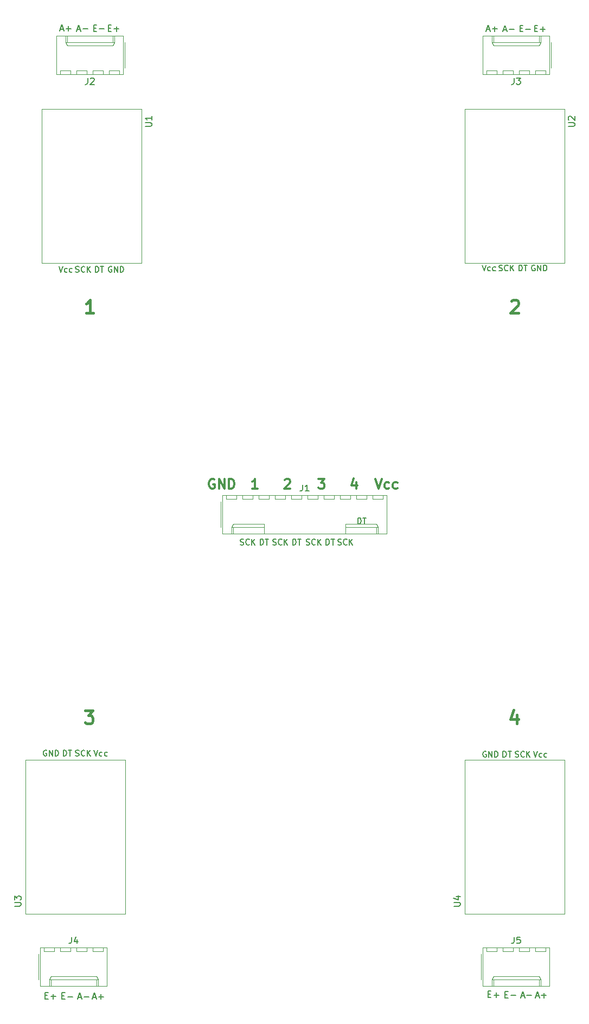
<source format=gbr>
G04 #@! TF.GenerationSoftware,KiCad,Pcbnew,(5.1.5-0)*
G04 #@! TF.CreationDate,2020-03-21T21:07:46+01:00*
G04 #@! TF.ProjectId,load_cells_connector_board,6c6f6164-5f63-4656-9c6c-735f636f6e6e,v01*
G04 #@! TF.SameCoordinates,Original*
G04 #@! TF.FileFunction,Legend,Top*
G04 #@! TF.FilePolarity,Positive*
%FSLAX46Y46*%
G04 Gerber Fmt 4.6, Leading zero omitted, Abs format (unit mm)*
G04 Created by KiCad (PCBNEW (5.1.5-0)) date 2020-03-21 21:07:46*
%MOMM*%
%LPD*%
G04 APERTURE LIST*
%ADD10C,0.400000*%
%ADD11C,0.150000*%
%ADD12C,0.300000*%
%ADD13C,0.120000*%
G04 APERTURE END LIST*
D10*
X173050152Y-140998628D02*
X173050152Y-142331961D01*
X172573961Y-140236723D02*
X172097771Y-141665295D01*
X173335866Y-141665295D01*
X105657733Y-140331961D02*
X106895828Y-140331961D01*
X106229161Y-141093866D01*
X106514876Y-141093866D01*
X106705352Y-141189104D01*
X106800590Y-141284342D01*
X106895828Y-141474819D01*
X106895828Y-141951009D01*
X106800590Y-142141485D01*
X106705352Y-142236723D01*
X106514876Y-142331961D01*
X105943447Y-142331961D01*
X105752971Y-142236723D01*
X105657733Y-142141485D01*
X172199371Y-76412838D02*
X172294609Y-76317600D01*
X172485085Y-76222361D01*
X172961276Y-76222361D01*
X173151752Y-76317600D01*
X173246990Y-76412838D01*
X173342228Y-76603314D01*
X173342228Y-76793790D01*
X173246990Y-77079504D01*
X172104133Y-78222361D01*
X173342228Y-78222361D01*
X106997428Y-78222361D02*
X105854571Y-78222361D01*
X106426000Y-78222361D02*
X106426000Y-76222361D01*
X106235523Y-76508076D01*
X106045047Y-76698552D01*
X105854571Y-76793790D01*
D11*
X168584666Y-184586571D02*
X168918000Y-184586571D01*
X169060857Y-185110380D02*
X168584666Y-185110380D01*
X168584666Y-184110380D01*
X169060857Y-184110380D01*
X169489428Y-184729428D02*
X170251333Y-184729428D01*
X169870380Y-185110380D02*
X169870380Y-184348476D01*
X171226266Y-184637371D02*
X171559600Y-184637371D01*
X171702457Y-185161180D02*
X171226266Y-185161180D01*
X171226266Y-184161180D01*
X171702457Y-184161180D01*
X172131028Y-184780228D02*
X172892933Y-184780228D01*
X173742457Y-184875466D02*
X174218647Y-184875466D01*
X173647219Y-185161180D02*
X173980552Y-184161180D01*
X174313885Y-185161180D01*
X174647219Y-184780228D02*
X175409123Y-184780228D01*
X176028457Y-184875466D02*
X176504647Y-184875466D01*
X175933219Y-185161180D02*
X176266552Y-184161180D01*
X176599885Y-185161180D01*
X176933219Y-184780228D02*
X177695123Y-184780228D01*
X177314171Y-185161180D02*
X177314171Y-184399276D01*
X102087466Y-184840571D02*
X102420800Y-184840571D01*
X102563657Y-185364380D02*
X102087466Y-185364380D01*
X102087466Y-184364380D01*
X102563657Y-184364380D01*
X102992228Y-184983428D02*
X103754133Y-184983428D01*
X99445866Y-184789771D02*
X99779200Y-184789771D01*
X99922057Y-185313580D02*
X99445866Y-185313580D01*
X99445866Y-184313580D01*
X99922057Y-184313580D01*
X100350628Y-184932628D02*
X101112533Y-184932628D01*
X100731580Y-185313580D02*
X100731580Y-184551676D01*
X104603657Y-185078666D02*
X105079847Y-185078666D01*
X104508419Y-185364380D02*
X104841752Y-184364380D01*
X105175085Y-185364380D01*
X105508419Y-184983428D02*
X106270323Y-184983428D01*
X106889657Y-185078666D02*
X107365847Y-185078666D01*
X106794419Y-185364380D02*
X107127752Y-184364380D01*
X107461085Y-185364380D01*
X107794419Y-184983428D02*
X108556323Y-184983428D01*
X108175371Y-185364380D02*
X108175371Y-184602476D01*
X170999257Y-34050266D02*
X171475447Y-34050266D01*
X170904019Y-34335980D02*
X171237352Y-33335980D01*
X171570685Y-34335980D01*
X171904019Y-33955028D02*
X172665923Y-33955028D01*
X168357657Y-33999466D02*
X168833847Y-33999466D01*
X168262419Y-34285180D02*
X168595752Y-33285180D01*
X168929085Y-34285180D01*
X169262419Y-33904228D02*
X170024323Y-33904228D01*
X169643371Y-34285180D02*
X169643371Y-33523276D01*
X173563066Y-33812171D02*
X173896400Y-33812171D01*
X174039257Y-34335980D02*
X173563066Y-34335980D01*
X173563066Y-33335980D01*
X174039257Y-33335980D01*
X174467828Y-33955028D02*
X175229733Y-33955028D01*
X175849066Y-33812171D02*
X176182400Y-33812171D01*
X176325257Y-34335980D02*
X175849066Y-34335980D01*
X175849066Y-33335980D01*
X176325257Y-33335980D01*
X176753828Y-33955028D02*
X177515733Y-33955028D01*
X177134780Y-34335980D02*
X177134780Y-33574076D01*
X101809657Y-33948666D02*
X102285847Y-33948666D01*
X101714419Y-34234380D02*
X102047752Y-33234380D01*
X102381085Y-34234380D01*
X102714419Y-33853428D02*
X103476323Y-33853428D01*
X103095371Y-34234380D02*
X103095371Y-33472476D01*
X104451257Y-33999466D02*
X104927447Y-33999466D01*
X104356019Y-34285180D02*
X104689352Y-33285180D01*
X105022685Y-34285180D01*
X105356019Y-33904228D02*
X106117923Y-33904228D01*
X107015066Y-33761371D02*
X107348400Y-33761371D01*
X107491257Y-34285180D02*
X107015066Y-34285180D01*
X107015066Y-33285180D01*
X107491257Y-33285180D01*
X107919828Y-33904228D02*
X108681733Y-33904228D01*
X109301066Y-33761371D02*
X109634400Y-33761371D01*
X109777257Y-34285180D02*
X109301066Y-34285180D01*
X109301066Y-33285180D01*
X109777257Y-33285180D01*
X110205828Y-33904228D02*
X110967733Y-33904228D01*
X110586780Y-34285180D02*
X110586780Y-33523276D01*
X104202057Y-71824685D02*
X104330628Y-71867542D01*
X104544914Y-71867542D01*
X104630628Y-71824685D01*
X104673485Y-71781828D01*
X104716342Y-71696114D01*
X104716342Y-71610400D01*
X104673485Y-71524685D01*
X104630628Y-71481828D01*
X104544914Y-71438971D01*
X104373485Y-71396114D01*
X104287771Y-71353257D01*
X104244914Y-71310400D01*
X104202057Y-71224685D01*
X104202057Y-71138971D01*
X104244914Y-71053257D01*
X104287771Y-71010400D01*
X104373485Y-70967542D01*
X104587771Y-70967542D01*
X104716342Y-71010400D01*
X105616342Y-71781828D02*
X105573485Y-71824685D01*
X105444914Y-71867542D01*
X105359200Y-71867542D01*
X105230628Y-71824685D01*
X105144914Y-71738971D01*
X105102057Y-71653257D01*
X105059200Y-71481828D01*
X105059200Y-71353257D01*
X105102057Y-71181828D01*
X105144914Y-71096114D01*
X105230628Y-71010400D01*
X105359200Y-70967542D01*
X105444914Y-70967542D01*
X105573485Y-71010400D01*
X105616342Y-71053257D01*
X106002057Y-71867542D02*
X106002057Y-70967542D01*
X106516342Y-71867542D02*
X106130628Y-71353257D01*
X106516342Y-70967542D02*
X106002057Y-71481828D01*
X101595371Y-70982742D02*
X101895371Y-71882742D01*
X102195371Y-70982742D01*
X102881085Y-71839885D02*
X102795371Y-71882742D01*
X102623942Y-71882742D01*
X102538228Y-71839885D01*
X102495371Y-71797028D01*
X102452514Y-71711314D01*
X102452514Y-71454171D01*
X102495371Y-71368457D01*
X102538228Y-71325600D01*
X102623942Y-71282742D01*
X102795371Y-71282742D01*
X102881085Y-71325600D01*
X103652514Y-71839885D02*
X103566800Y-71882742D01*
X103395371Y-71882742D01*
X103309657Y-71839885D01*
X103266800Y-71797028D01*
X103223942Y-71711314D01*
X103223942Y-71454171D01*
X103266800Y-71368457D01*
X103309657Y-71325600D01*
X103395371Y-71282742D01*
X103566800Y-71282742D01*
X103652514Y-71325600D01*
X107320628Y-71867542D02*
X107320628Y-70967542D01*
X107534914Y-70967542D01*
X107663485Y-71010400D01*
X107749200Y-71096114D01*
X107792057Y-71181828D01*
X107834914Y-71353257D01*
X107834914Y-71481828D01*
X107792057Y-71653257D01*
X107749200Y-71738971D01*
X107663485Y-71824685D01*
X107534914Y-71867542D01*
X107320628Y-71867542D01*
X108092057Y-70967542D02*
X108606342Y-70967542D01*
X108349200Y-71867542D02*
X108349200Y-70967542D01*
X109804285Y-71010400D02*
X109718571Y-70967542D01*
X109590000Y-70967542D01*
X109461428Y-71010400D01*
X109375714Y-71096114D01*
X109332857Y-71181828D01*
X109290000Y-71353257D01*
X109290000Y-71481828D01*
X109332857Y-71653257D01*
X109375714Y-71738971D01*
X109461428Y-71824685D01*
X109590000Y-71867542D01*
X109675714Y-71867542D01*
X109804285Y-71824685D01*
X109847142Y-71781828D01*
X109847142Y-71481828D01*
X109675714Y-71481828D01*
X110232857Y-71867542D02*
X110232857Y-70967542D01*
X110747142Y-71867542D01*
X110747142Y-70967542D01*
X111175714Y-71867542D02*
X111175714Y-70967542D01*
X111390000Y-70967542D01*
X111518571Y-71010400D01*
X111604285Y-71096114D01*
X111647142Y-71181828D01*
X111690000Y-71353257D01*
X111690000Y-71481828D01*
X111647142Y-71653257D01*
X111604285Y-71738971D01*
X111518571Y-71824685D01*
X111390000Y-71867542D01*
X111175714Y-71867542D01*
X167686171Y-70779542D02*
X167986171Y-71679542D01*
X168286171Y-70779542D01*
X168971885Y-71636685D02*
X168886171Y-71679542D01*
X168714742Y-71679542D01*
X168629028Y-71636685D01*
X168586171Y-71593828D01*
X168543314Y-71508114D01*
X168543314Y-71250971D01*
X168586171Y-71165257D01*
X168629028Y-71122400D01*
X168714742Y-71079542D01*
X168886171Y-71079542D01*
X168971885Y-71122400D01*
X169743314Y-71636685D02*
X169657600Y-71679542D01*
X169486171Y-71679542D01*
X169400457Y-71636685D01*
X169357600Y-71593828D01*
X169314742Y-71508114D01*
X169314742Y-71250971D01*
X169357600Y-71165257D01*
X169400457Y-71122400D01*
X169486171Y-71079542D01*
X169657600Y-71079542D01*
X169743314Y-71122400D01*
X170292857Y-71621485D02*
X170421428Y-71664342D01*
X170635714Y-71664342D01*
X170721428Y-71621485D01*
X170764285Y-71578628D01*
X170807142Y-71492914D01*
X170807142Y-71407200D01*
X170764285Y-71321485D01*
X170721428Y-71278628D01*
X170635714Y-71235771D01*
X170464285Y-71192914D01*
X170378571Y-71150057D01*
X170335714Y-71107200D01*
X170292857Y-71021485D01*
X170292857Y-70935771D01*
X170335714Y-70850057D01*
X170378571Y-70807200D01*
X170464285Y-70764342D01*
X170678571Y-70764342D01*
X170807142Y-70807200D01*
X171707142Y-71578628D02*
X171664285Y-71621485D01*
X171535714Y-71664342D01*
X171450000Y-71664342D01*
X171321428Y-71621485D01*
X171235714Y-71535771D01*
X171192857Y-71450057D01*
X171150000Y-71278628D01*
X171150000Y-71150057D01*
X171192857Y-70978628D01*
X171235714Y-70892914D01*
X171321428Y-70807200D01*
X171450000Y-70764342D01*
X171535714Y-70764342D01*
X171664285Y-70807200D01*
X171707142Y-70850057D01*
X172092857Y-71664342D02*
X172092857Y-70764342D01*
X172607142Y-71664342D02*
X172221428Y-71150057D01*
X172607142Y-70764342D02*
X172092857Y-71278628D01*
X175895085Y-70807200D02*
X175809371Y-70764342D01*
X175680800Y-70764342D01*
X175552228Y-70807200D01*
X175466514Y-70892914D01*
X175423657Y-70978628D01*
X175380800Y-71150057D01*
X175380800Y-71278628D01*
X175423657Y-71450057D01*
X175466514Y-71535771D01*
X175552228Y-71621485D01*
X175680800Y-71664342D01*
X175766514Y-71664342D01*
X175895085Y-71621485D01*
X175937942Y-71578628D01*
X175937942Y-71278628D01*
X175766514Y-71278628D01*
X176323657Y-71664342D02*
X176323657Y-70764342D01*
X176837942Y-71664342D01*
X176837942Y-70764342D01*
X177266514Y-71664342D02*
X177266514Y-70764342D01*
X177480800Y-70764342D01*
X177609371Y-70807200D01*
X177695085Y-70892914D01*
X177737942Y-70978628D01*
X177780800Y-71150057D01*
X177780800Y-71278628D01*
X177737942Y-71450057D01*
X177695085Y-71535771D01*
X177609371Y-71621485D01*
X177480800Y-71664342D01*
X177266514Y-71664342D01*
X173411428Y-71664342D02*
X173411428Y-70764342D01*
X173625714Y-70764342D01*
X173754285Y-70807200D01*
X173840000Y-70892914D01*
X173882857Y-70978628D01*
X173925714Y-71150057D01*
X173925714Y-71278628D01*
X173882857Y-71450057D01*
X173840000Y-71535771D01*
X173754285Y-71621485D01*
X173625714Y-71664342D01*
X173411428Y-71664342D01*
X174182857Y-70764342D02*
X174697142Y-70764342D01*
X174440000Y-71664342D02*
X174440000Y-70764342D01*
X175699871Y-146659542D02*
X175999871Y-147559542D01*
X176299871Y-146659542D01*
X176985585Y-147516685D02*
X176899871Y-147559542D01*
X176728442Y-147559542D01*
X176642728Y-147516685D01*
X176599871Y-147473828D01*
X176557014Y-147388114D01*
X176557014Y-147130971D01*
X176599871Y-147045257D01*
X176642728Y-147002400D01*
X176728442Y-146959542D01*
X176899871Y-146959542D01*
X176985585Y-147002400D01*
X177757014Y-147516685D02*
X177671300Y-147559542D01*
X177499871Y-147559542D01*
X177414157Y-147516685D01*
X177371300Y-147473828D01*
X177328442Y-147388114D01*
X177328442Y-147130971D01*
X177371300Y-147045257D01*
X177414157Y-147002400D01*
X177499871Y-146959542D01*
X177671300Y-146959542D01*
X177757014Y-147002400D01*
X170922228Y-147559542D02*
X170922228Y-146659542D01*
X171136514Y-146659542D01*
X171265085Y-146702400D01*
X171350800Y-146788114D01*
X171393657Y-146873828D01*
X171436514Y-147045257D01*
X171436514Y-147173828D01*
X171393657Y-147345257D01*
X171350800Y-147430971D01*
X171265085Y-147516685D01*
X171136514Y-147559542D01*
X170922228Y-147559542D01*
X171693657Y-146659542D02*
X172207942Y-146659542D01*
X171950800Y-147559542D02*
X171950800Y-146659542D01*
X168275085Y-146702400D02*
X168189371Y-146659542D01*
X168060800Y-146659542D01*
X167932228Y-146702400D01*
X167846514Y-146788114D01*
X167803657Y-146873828D01*
X167760800Y-147045257D01*
X167760800Y-147173828D01*
X167803657Y-147345257D01*
X167846514Y-147430971D01*
X167932228Y-147516685D01*
X168060800Y-147559542D01*
X168146514Y-147559542D01*
X168275085Y-147516685D01*
X168317942Y-147473828D01*
X168317942Y-147173828D01*
X168146514Y-147173828D01*
X168703657Y-147559542D02*
X168703657Y-146659542D01*
X169217942Y-147559542D01*
X169217942Y-146659542D01*
X169646514Y-147559542D02*
X169646514Y-146659542D01*
X169860800Y-146659542D01*
X169989371Y-146702400D01*
X170075085Y-146788114D01*
X170117942Y-146873828D01*
X170160800Y-147045257D01*
X170160800Y-147173828D01*
X170117942Y-147345257D01*
X170075085Y-147430971D01*
X169989371Y-147516685D01*
X169860800Y-147559542D01*
X169646514Y-147559542D01*
X172832857Y-147516685D02*
X172961428Y-147559542D01*
X173175714Y-147559542D01*
X173261428Y-147516685D01*
X173304285Y-147473828D01*
X173347142Y-147388114D01*
X173347142Y-147302400D01*
X173304285Y-147216685D01*
X173261428Y-147173828D01*
X173175714Y-147130971D01*
X173004285Y-147088114D01*
X172918571Y-147045257D01*
X172875714Y-147002400D01*
X172832857Y-146916685D01*
X172832857Y-146830971D01*
X172875714Y-146745257D01*
X172918571Y-146702400D01*
X173004285Y-146659542D01*
X173218571Y-146659542D01*
X173347142Y-146702400D01*
X174247142Y-147473828D02*
X174204285Y-147516685D01*
X174075714Y-147559542D01*
X173990000Y-147559542D01*
X173861428Y-147516685D01*
X173775714Y-147430971D01*
X173732857Y-147345257D01*
X173690000Y-147173828D01*
X173690000Y-147045257D01*
X173732857Y-146873828D01*
X173775714Y-146788114D01*
X173861428Y-146702400D01*
X173990000Y-146659542D01*
X174075714Y-146659542D01*
X174204285Y-146702400D01*
X174247142Y-146745257D01*
X174632857Y-147559542D02*
X174632857Y-146659542D01*
X175147142Y-147559542D02*
X174761428Y-147045257D01*
X175147142Y-146659542D02*
X174632857Y-147173828D01*
X99644285Y-146550000D02*
X99558571Y-146507142D01*
X99430000Y-146507142D01*
X99301428Y-146550000D01*
X99215714Y-146635714D01*
X99172857Y-146721428D01*
X99130000Y-146892857D01*
X99130000Y-147021428D01*
X99172857Y-147192857D01*
X99215714Y-147278571D01*
X99301428Y-147364285D01*
X99430000Y-147407142D01*
X99515714Y-147407142D01*
X99644285Y-147364285D01*
X99687142Y-147321428D01*
X99687142Y-147021428D01*
X99515714Y-147021428D01*
X100072857Y-147407142D02*
X100072857Y-146507142D01*
X100587142Y-147407142D01*
X100587142Y-146507142D01*
X101015714Y-147407142D02*
X101015714Y-146507142D01*
X101230000Y-146507142D01*
X101358571Y-146550000D01*
X101444285Y-146635714D01*
X101487142Y-146721428D01*
X101530000Y-146892857D01*
X101530000Y-147021428D01*
X101487142Y-147192857D01*
X101444285Y-147278571D01*
X101358571Y-147364285D01*
X101230000Y-147407142D01*
X101015714Y-147407142D01*
X102291428Y-147407142D02*
X102291428Y-146507142D01*
X102505714Y-146507142D01*
X102634285Y-146550000D01*
X102720000Y-146635714D01*
X102762857Y-146721428D01*
X102805714Y-146892857D01*
X102805714Y-147021428D01*
X102762857Y-147192857D01*
X102720000Y-147278571D01*
X102634285Y-147364285D01*
X102505714Y-147407142D01*
X102291428Y-147407142D01*
X103062857Y-146507142D02*
X103577142Y-146507142D01*
X103320000Y-147407142D02*
X103320000Y-146507142D01*
X107069071Y-146507142D02*
X107369071Y-147407142D01*
X107669071Y-146507142D01*
X108354785Y-147364285D02*
X108269071Y-147407142D01*
X108097642Y-147407142D01*
X108011928Y-147364285D01*
X107969071Y-147321428D01*
X107926214Y-147235714D01*
X107926214Y-146978571D01*
X107969071Y-146892857D01*
X108011928Y-146850000D01*
X108097642Y-146807142D01*
X108269071Y-146807142D01*
X108354785Y-146850000D01*
X109126214Y-147364285D02*
X109040500Y-147407142D01*
X108869071Y-147407142D01*
X108783357Y-147364285D01*
X108740500Y-147321428D01*
X108697642Y-147235714D01*
X108697642Y-146978571D01*
X108740500Y-146892857D01*
X108783357Y-146850000D01*
X108869071Y-146807142D01*
X109040500Y-146807142D01*
X109126214Y-146850000D01*
X104202057Y-147364285D02*
X104330628Y-147407142D01*
X104544914Y-147407142D01*
X104630628Y-147364285D01*
X104673485Y-147321428D01*
X104716342Y-147235714D01*
X104716342Y-147150000D01*
X104673485Y-147064285D01*
X104630628Y-147021428D01*
X104544914Y-146978571D01*
X104373485Y-146935714D01*
X104287771Y-146892857D01*
X104244914Y-146850000D01*
X104202057Y-146764285D01*
X104202057Y-146678571D01*
X104244914Y-146592857D01*
X104287771Y-146550000D01*
X104373485Y-146507142D01*
X104587771Y-146507142D01*
X104716342Y-146550000D01*
X105616342Y-147321428D02*
X105573485Y-147364285D01*
X105444914Y-147407142D01*
X105359200Y-147407142D01*
X105230628Y-147364285D01*
X105144914Y-147278571D01*
X105102057Y-147192857D01*
X105059200Y-147021428D01*
X105059200Y-146892857D01*
X105102057Y-146721428D01*
X105144914Y-146635714D01*
X105230628Y-146550000D01*
X105359200Y-146507142D01*
X105444914Y-146507142D01*
X105573485Y-146550000D01*
X105616342Y-146592857D01*
X106002057Y-147407142D02*
X106002057Y-146507142D01*
X106516342Y-147407142D02*
X106130628Y-146892857D01*
X106516342Y-146507142D02*
X106002057Y-147021428D01*
X148265428Y-111151142D02*
X148265428Y-110251142D01*
X148479714Y-110251142D01*
X148608285Y-110294000D01*
X148694000Y-110379714D01*
X148736857Y-110465428D01*
X148779714Y-110636857D01*
X148779714Y-110765428D01*
X148736857Y-110936857D01*
X148694000Y-111022571D01*
X148608285Y-111108285D01*
X148479714Y-111151142D01*
X148265428Y-111151142D01*
X149036857Y-110251142D02*
X149551142Y-110251142D01*
X149294000Y-111151142D02*
X149294000Y-110251142D01*
X145146857Y-114410285D02*
X145275428Y-114453142D01*
X145489714Y-114453142D01*
X145575428Y-114410285D01*
X145618285Y-114367428D01*
X145661142Y-114281714D01*
X145661142Y-114196000D01*
X145618285Y-114110285D01*
X145575428Y-114067428D01*
X145489714Y-114024571D01*
X145318285Y-113981714D01*
X145232571Y-113938857D01*
X145189714Y-113896000D01*
X145146857Y-113810285D01*
X145146857Y-113724571D01*
X145189714Y-113638857D01*
X145232571Y-113596000D01*
X145318285Y-113553142D01*
X145532571Y-113553142D01*
X145661142Y-113596000D01*
X146561142Y-114367428D02*
X146518285Y-114410285D01*
X146389714Y-114453142D01*
X146304000Y-114453142D01*
X146175428Y-114410285D01*
X146089714Y-114324571D01*
X146046857Y-114238857D01*
X146004000Y-114067428D01*
X146004000Y-113938857D01*
X146046857Y-113767428D01*
X146089714Y-113681714D01*
X146175428Y-113596000D01*
X146304000Y-113553142D01*
X146389714Y-113553142D01*
X146518285Y-113596000D01*
X146561142Y-113638857D01*
X146946857Y-114453142D02*
X146946857Y-113553142D01*
X147461142Y-114453142D02*
X147075428Y-113938857D01*
X147461142Y-113553142D02*
X146946857Y-114067428D01*
X143312428Y-114453142D02*
X143312428Y-113553142D01*
X143526714Y-113553142D01*
X143655285Y-113596000D01*
X143741000Y-113681714D01*
X143783857Y-113767428D01*
X143826714Y-113938857D01*
X143826714Y-114067428D01*
X143783857Y-114238857D01*
X143741000Y-114324571D01*
X143655285Y-114410285D01*
X143526714Y-114453142D01*
X143312428Y-114453142D01*
X144083857Y-113553142D02*
X144598142Y-113553142D01*
X144341000Y-114453142D02*
X144341000Y-113553142D01*
X140193857Y-114410285D02*
X140322428Y-114453142D01*
X140536714Y-114453142D01*
X140622428Y-114410285D01*
X140665285Y-114367428D01*
X140708142Y-114281714D01*
X140708142Y-114196000D01*
X140665285Y-114110285D01*
X140622428Y-114067428D01*
X140536714Y-114024571D01*
X140365285Y-113981714D01*
X140279571Y-113938857D01*
X140236714Y-113896000D01*
X140193857Y-113810285D01*
X140193857Y-113724571D01*
X140236714Y-113638857D01*
X140279571Y-113596000D01*
X140365285Y-113553142D01*
X140579571Y-113553142D01*
X140708142Y-113596000D01*
X141608142Y-114367428D02*
X141565285Y-114410285D01*
X141436714Y-114453142D01*
X141351000Y-114453142D01*
X141222428Y-114410285D01*
X141136714Y-114324571D01*
X141093857Y-114238857D01*
X141051000Y-114067428D01*
X141051000Y-113938857D01*
X141093857Y-113767428D01*
X141136714Y-113681714D01*
X141222428Y-113596000D01*
X141351000Y-113553142D01*
X141436714Y-113553142D01*
X141565285Y-113596000D01*
X141608142Y-113638857D01*
X141993857Y-114453142D02*
X141993857Y-113553142D01*
X142508142Y-114453142D02*
X142122428Y-113938857D01*
X142508142Y-113553142D02*
X141993857Y-114067428D01*
X138105428Y-114453142D02*
X138105428Y-113553142D01*
X138319714Y-113553142D01*
X138448285Y-113596000D01*
X138534000Y-113681714D01*
X138576857Y-113767428D01*
X138619714Y-113938857D01*
X138619714Y-114067428D01*
X138576857Y-114238857D01*
X138534000Y-114324571D01*
X138448285Y-114410285D01*
X138319714Y-114453142D01*
X138105428Y-114453142D01*
X138876857Y-113553142D02*
X139391142Y-113553142D01*
X139134000Y-114453142D02*
X139134000Y-113553142D01*
X134986857Y-114410285D02*
X135115428Y-114453142D01*
X135329714Y-114453142D01*
X135415428Y-114410285D01*
X135458285Y-114367428D01*
X135501142Y-114281714D01*
X135501142Y-114196000D01*
X135458285Y-114110285D01*
X135415428Y-114067428D01*
X135329714Y-114024571D01*
X135158285Y-113981714D01*
X135072571Y-113938857D01*
X135029714Y-113896000D01*
X134986857Y-113810285D01*
X134986857Y-113724571D01*
X135029714Y-113638857D01*
X135072571Y-113596000D01*
X135158285Y-113553142D01*
X135372571Y-113553142D01*
X135501142Y-113596000D01*
X136401142Y-114367428D02*
X136358285Y-114410285D01*
X136229714Y-114453142D01*
X136144000Y-114453142D01*
X136015428Y-114410285D01*
X135929714Y-114324571D01*
X135886857Y-114238857D01*
X135844000Y-114067428D01*
X135844000Y-113938857D01*
X135886857Y-113767428D01*
X135929714Y-113681714D01*
X136015428Y-113596000D01*
X136144000Y-113553142D01*
X136229714Y-113553142D01*
X136358285Y-113596000D01*
X136401142Y-113638857D01*
X136786857Y-114453142D02*
X136786857Y-113553142D01*
X137301142Y-114453142D02*
X136915428Y-113938857D01*
X137301142Y-113553142D02*
X136786857Y-114067428D01*
X133025428Y-114453142D02*
X133025428Y-113553142D01*
X133239714Y-113553142D01*
X133368285Y-113596000D01*
X133454000Y-113681714D01*
X133496857Y-113767428D01*
X133539714Y-113938857D01*
X133539714Y-114067428D01*
X133496857Y-114238857D01*
X133454000Y-114324571D01*
X133368285Y-114410285D01*
X133239714Y-114453142D01*
X133025428Y-114453142D01*
X133796857Y-113553142D02*
X134311142Y-113553142D01*
X134054000Y-114453142D02*
X134054000Y-113553142D01*
X129906857Y-114410285D02*
X130035428Y-114453142D01*
X130249714Y-114453142D01*
X130335428Y-114410285D01*
X130378285Y-114367428D01*
X130421142Y-114281714D01*
X130421142Y-114196000D01*
X130378285Y-114110285D01*
X130335428Y-114067428D01*
X130249714Y-114024571D01*
X130078285Y-113981714D01*
X129992571Y-113938857D01*
X129949714Y-113896000D01*
X129906857Y-113810285D01*
X129906857Y-113724571D01*
X129949714Y-113638857D01*
X129992571Y-113596000D01*
X130078285Y-113553142D01*
X130292571Y-113553142D01*
X130421142Y-113596000D01*
X131321142Y-114367428D02*
X131278285Y-114410285D01*
X131149714Y-114453142D01*
X131064000Y-114453142D01*
X130935428Y-114410285D01*
X130849714Y-114324571D01*
X130806857Y-114238857D01*
X130764000Y-114067428D01*
X130764000Y-113938857D01*
X130806857Y-113767428D01*
X130849714Y-113681714D01*
X130935428Y-113596000D01*
X131064000Y-113553142D01*
X131149714Y-113553142D01*
X131278285Y-113596000D01*
X131321142Y-113638857D01*
X131706857Y-114453142D02*
X131706857Y-113553142D01*
X132221142Y-114453142D02*
X131835428Y-113938857D01*
X132221142Y-113553142D02*
X131706857Y-114067428D01*
D12*
X150995285Y-104178571D02*
X151495285Y-105678571D01*
X151995285Y-104178571D01*
X153138142Y-105607142D02*
X152995285Y-105678571D01*
X152709571Y-105678571D01*
X152566714Y-105607142D01*
X152495285Y-105535714D01*
X152423857Y-105392857D01*
X152423857Y-104964285D01*
X152495285Y-104821428D01*
X152566714Y-104750000D01*
X152709571Y-104678571D01*
X152995285Y-104678571D01*
X153138142Y-104750000D01*
X154423857Y-105607142D02*
X154281000Y-105678571D01*
X153995285Y-105678571D01*
X153852428Y-105607142D01*
X153781000Y-105535714D01*
X153709571Y-105392857D01*
X153709571Y-104964285D01*
X153781000Y-104821428D01*
X153852428Y-104750000D01*
X153995285Y-104678571D01*
X154281000Y-104678571D01*
X154423857Y-104750000D01*
X147986714Y-104678571D02*
X147986714Y-105678571D01*
X147629571Y-104107142D02*
X147272428Y-105178571D01*
X148201000Y-105178571D01*
X142121000Y-104178571D02*
X143049571Y-104178571D01*
X142549571Y-104750000D01*
X142763857Y-104750000D01*
X142906714Y-104821428D01*
X142978142Y-104892857D01*
X143049571Y-105035714D01*
X143049571Y-105392857D01*
X142978142Y-105535714D01*
X142906714Y-105607142D01*
X142763857Y-105678571D01*
X142335285Y-105678571D01*
X142192428Y-105607142D01*
X142121000Y-105535714D01*
X136858428Y-104321428D02*
X136929857Y-104250000D01*
X137072714Y-104178571D01*
X137429857Y-104178571D01*
X137572714Y-104250000D01*
X137644142Y-104321428D01*
X137715571Y-104464285D01*
X137715571Y-104607142D01*
X137644142Y-104821428D01*
X136787000Y-105678571D01*
X137715571Y-105678571D01*
X132635571Y-105678571D02*
X131778428Y-105678571D01*
X132207000Y-105678571D02*
X132207000Y-104178571D01*
X132064142Y-104392857D01*
X131921285Y-104535714D01*
X131778428Y-104607142D01*
X125857142Y-104250000D02*
X125714285Y-104178571D01*
X125500000Y-104178571D01*
X125285714Y-104250000D01*
X125142857Y-104392857D01*
X125071428Y-104535714D01*
X125000000Y-104821428D01*
X125000000Y-105035714D01*
X125071428Y-105321428D01*
X125142857Y-105464285D01*
X125285714Y-105607142D01*
X125500000Y-105678571D01*
X125642857Y-105678571D01*
X125857142Y-105607142D01*
X125928571Y-105535714D01*
X125928571Y-105035714D01*
X125642857Y-105035714D01*
X126571428Y-105678571D02*
X126571428Y-104178571D01*
X127428571Y-105678571D01*
X127428571Y-104178571D01*
X128142857Y-105678571D02*
X128142857Y-104178571D01*
X128500000Y-104178571D01*
X128714285Y-104250000D01*
X128857142Y-104392857D01*
X128928571Y-104535714D01*
X129000000Y-104821428D01*
X129000000Y-105035714D01*
X128928571Y-105321428D01*
X128857142Y-105464285D01*
X128714285Y-105607142D01*
X128500000Y-105678571D01*
X128142857Y-105678571D01*
D13*
X127144000Y-106698000D02*
X127144000Y-112718000D01*
X127144000Y-112718000D02*
X152764000Y-112718000D01*
X152764000Y-112718000D02*
X152764000Y-106698000D01*
X152764000Y-106698000D02*
X127144000Y-106698000D01*
X126854000Y-107728000D02*
X126854000Y-111728000D01*
X128524000Y-112718000D02*
X128524000Y-111718000D01*
X128524000Y-111718000D02*
X133604000Y-111718000D01*
X133604000Y-111718000D02*
X133604000Y-112718000D01*
X128524000Y-111718000D02*
X128774000Y-111188000D01*
X128774000Y-111188000D02*
X133604000Y-111188000D01*
X133604000Y-111188000D02*
X133604000Y-111718000D01*
X128774000Y-112718000D02*
X128774000Y-111718000D01*
X151384000Y-112718000D02*
X151384000Y-111718000D01*
X151384000Y-111718000D02*
X146304000Y-111718000D01*
X146304000Y-111718000D02*
X146304000Y-112718000D01*
X151384000Y-111718000D02*
X151134000Y-111188000D01*
X151134000Y-111188000D02*
X146304000Y-111188000D01*
X146304000Y-111188000D02*
X146304000Y-111718000D01*
X151134000Y-112718000D02*
X151134000Y-111718000D01*
X127724000Y-106698000D02*
X127724000Y-107298000D01*
X127724000Y-107298000D02*
X129324000Y-107298000D01*
X129324000Y-107298000D02*
X129324000Y-106698000D01*
X130264000Y-106698000D02*
X130264000Y-107298000D01*
X130264000Y-107298000D02*
X131864000Y-107298000D01*
X131864000Y-107298000D02*
X131864000Y-106698000D01*
X132804000Y-106698000D02*
X132804000Y-107298000D01*
X132804000Y-107298000D02*
X134404000Y-107298000D01*
X134404000Y-107298000D02*
X134404000Y-106698000D01*
X135344000Y-106698000D02*
X135344000Y-107298000D01*
X135344000Y-107298000D02*
X136944000Y-107298000D01*
X136944000Y-107298000D02*
X136944000Y-106698000D01*
X137884000Y-106698000D02*
X137884000Y-107298000D01*
X137884000Y-107298000D02*
X139484000Y-107298000D01*
X139484000Y-107298000D02*
X139484000Y-106698000D01*
X140424000Y-106698000D02*
X140424000Y-107298000D01*
X140424000Y-107298000D02*
X142024000Y-107298000D01*
X142024000Y-107298000D02*
X142024000Y-106698000D01*
X142964000Y-106698000D02*
X142964000Y-107298000D01*
X142964000Y-107298000D02*
X144564000Y-107298000D01*
X144564000Y-107298000D02*
X144564000Y-106698000D01*
X145504000Y-106698000D02*
X145504000Y-107298000D01*
X145504000Y-107298000D02*
X147104000Y-107298000D01*
X147104000Y-107298000D02*
X147104000Y-106698000D01*
X148044000Y-106698000D02*
X148044000Y-107298000D01*
X148044000Y-107298000D02*
X149644000Y-107298000D01*
X149644000Y-107298000D02*
X149644000Y-106698000D01*
X150584000Y-106698000D02*
X150584000Y-107298000D01*
X150584000Y-107298000D02*
X152184000Y-107298000D01*
X152184000Y-107298000D02*
X152184000Y-106698000D01*
X111616000Y-41030000D02*
X111616000Y-35010000D01*
X111616000Y-35010000D02*
X101236000Y-35010000D01*
X101236000Y-35010000D02*
X101236000Y-41030000D01*
X101236000Y-41030000D02*
X111616000Y-41030000D01*
X111906000Y-40000000D02*
X111906000Y-36000000D01*
X110236000Y-35010000D02*
X110236000Y-36010000D01*
X110236000Y-36010000D02*
X102616000Y-36010000D01*
X102616000Y-36010000D02*
X102616000Y-35010000D01*
X110236000Y-36010000D02*
X109986000Y-36540000D01*
X109986000Y-36540000D02*
X102866000Y-36540000D01*
X102866000Y-36540000D02*
X102616000Y-36010000D01*
X109986000Y-35010000D02*
X109986000Y-36010000D01*
X102866000Y-35010000D02*
X102866000Y-36010000D01*
X111036000Y-41030000D02*
X111036000Y-40430000D01*
X111036000Y-40430000D02*
X109436000Y-40430000D01*
X109436000Y-40430000D02*
X109436000Y-41030000D01*
X108496000Y-41030000D02*
X108496000Y-40430000D01*
X108496000Y-40430000D02*
X106896000Y-40430000D01*
X106896000Y-40430000D02*
X106896000Y-41030000D01*
X105956000Y-41030000D02*
X105956000Y-40430000D01*
X105956000Y-40430000D02*
X104356000Y-40430000D01*
X104356000Y-40430000D02*
X104356000Y-41030000D01*
X103416000Y-41030000D02*
X103416000Y-40430000D01*
X103416000Y-40430000D02*
X101816000Y-40430000D01*
X101816000Y-40430000D02*
X101816000Y-41030000D01*
X168364000Y-40430000D02*
X168364000Y-41030000D01*
X169964000Y-40430000D02*
X168364000Y-40430000D01*
X169964000Y-41030000D02*
X169964000Y-40430000D01*
X170904000Y-40430000D02*
X170904000Y-41030000D01*
X172504000Y-40430000D02*
X170904000Y-40430000D01*
X172504000Y-41030000D02*
X172504000Y-40430000D01*
X173444000Y-40430000D02*
X173444000Y-41030000D01*
X175044000Y-40430000D02*
X173444000Y-40430000D01*
X175044000Y-41030000D02*
X175044000Y-40430000D01*
X175984000Y-40430000D02*
X175984000Y-41030000D01*
X177584000Y-40430000D02*
X175984000Y-40430000D01*
X177584000Y-41030000D02*
X177584000Y-40430000D01*
X169414000Y-35010000D02*
X169414000Y-36010000D01*
X176534000Y-35010000D02*
X176534000Y-36010000D01*
X169414000Y-36540000D02*
X169164000Y-36010000D01*
X176534000Y-36540000D02*
X169414000Y-36540000D01*
X176784000Y-36010000D02*
X176534000Y-36540000D01*
X169164000Y-36010000D02*
X169164000Y-35010000D01*
X176784000Y-36010000D02*
X169164000Y-36010000D01*
X176784000Y-35010000D02*
X176784000Y-36010000D01*
X178454000Y-40000000D02*
X178454000Y-36000000D01*
X167784000Y-41030000D02*
X178164000Y-41030000D01*
X167784000Y-35010000D02*
X167784000Y-41030000D01*
X178164000Y-35010000D02*
X167784000Y-35010000D01*
X178164000Y-41030000D02*
X178164000Y-35010000D01*
X98696000Y-177310000D02*
X98696000Y-183330000D01*
X98696000Y-183330000D02*
X109076000Y-183330000D01*
X109076000Y-183330000D02*
X109076000Y-177310000D01*
X109076000Y-177310000D02*
X98696000Y-177310000D01*
X98406000Y-178340000D02*
X98406000Y-182340000D01*
X100076000Y-183330000D02*
X100076000Y-182330000D01*
X100076000Y-182330000D02*
X107696000Y-182330000D01*
X107696000Y-182330000D02*
X107696000Y-183330000D01*
X100076000Y-182330000D02*
X100326000Y-181800000D01*
X100326000Y-181800000D02*
X107446000Y-181800000D01*
X107446000Y-181800000D02*
X107696000Y-182330000D01*
X100326000Y-183330000D02*
X100326000Y-182330000D01*
X107446000Y-183330000D02*
X107446000Y-182330000D01*
X99276000Y-177310000D02*
X99276000Y-177910000D01*
X99276000Y-177910000D02*
X100876000Y-177910000D01*
X100876000Y-177910000D02*
X100876000Y-177310000D01*
X101816000Y-177310000D02*
X101816000Y-177910000D01*
X101816000Y-177910000D02*
X103416000Y-177910000D01*
X103416000Y-177910000D02*
X103416000Y-177310000D01*
X104356000Y-177310000D02*
X104356000Y-177910000D01*
X104356000Y-177910000D02*
X105956000Y-177910000D01*
X105956000Y-177910000D02*
X105956000Y-177310000D01*
X106896000Y-177310000D02*
X106896000Y-177910000D01*
X106896000Y-177910000D02*
X108496000Y-177910000D01*
X108496000Y-177910000D02*
X108496000Y-177310000D01*
X177584000Y-177910000D02*
X177584000Y-177310000D01*
X175984000Y-177910000D02*
X177584000Y-177910000D01*
X175984000Y-177310000D02*
X175984000Y-177910000D01*
X175044000Y-177910000D02*
X175044000Y-177310000D01*
X173444000Y-177910000D02*
X175044000Y-177910000D01*
X173444000Y-177310000D02*
X173444000Y-177910000D01*
X172504000Y-177910000D02*
X172504000Y-177310000D01*
X170904000Y-177910000D02*
X172504000Y-177910000D01*
X170904000Y-177310000D02*
X170904000Y-177910000D01*
X169964000Y-177910000D02*
X169964000Y-177310000D01*
X168364000Y-177910000D02*
X169964000Y-177910000D01*
X168364000Y-177310000D02*
X168364000Y-177910000D01*
X176534000Y-183330000D02*
X176534000Y-182330000D01*
X169414000Y-183330000D02*
X169414000Y-182330000D01*
X176534000Y-181800000D02*
X176784000Y-182330000D01*
X169414000Y-181800000D02*
X176534000Y-181800000D01*
X169164000Y-182330000D02*
X169414000Y-181800000D01*
X176784000Y-182330000D02*
X176784000Y-183330000D01*
X169164000Y-182330000D02*
X176784000Y-182330000D01*
X169164000Y-183330000D02*
X169164000Y-182330000D01*
X167494000Y-178340000D02*
X167494000Y-182340000D01*
X178164000Y-177310000D02*
X167784000Y-177310000D01*
X178164000Y-183330000D02*
X178164000Y-177310000D01*
X167784000Y-183330000D02*
X178164000Y-183330000D01*
X167784000Y-177310000D02*
X167784000Y-183330000D01*
X114480000Y-46420000D02*
X114480000Y-70420000D01*
X114480000Y-70420000D02*
X98880000Y-70420000D01*
X98880000Y-70420000D02*
X98880000Y-46420000D01*
X98880000Y-46420000D02*
X114480000Y-46420000D01*
X164920000Y-46420000D02*
X180520000Y-46420000D01*
X164920000Y-70420000D02*
X164920000Y-46420000D01*
X180520000Y-70420000D02*
X164920000Y-70420000D01*
X180520000Y-46420000D02*
X180520000Y-70420000D01*
X96340000Y-172020000D02*
X96340000Y-148020000D01*
X96340000Y-148020000D02*
X111940000Y-148020000D01*
X111940000Y-148020000D02*
X111940000Y-172020000D01*
X111940000Y-172020000D02*
X96340000Y-172020000D01*
X180520000Y-172020000D02*
X164920000Y-172020000D01*
X180520000Y-148020000D02*
X180520000Y-172020000D01*
X164920000Y-148020000D02*
X180520000Y-148020000D01*
X164920000Y-172020000D02*
X164920000Y-148020000D01*
D11*
X139620666Y-105060380D02*
X139620666Y-105774666D01*
X139573047Y-105917523D01*
X139477809Y-106012761D01*
X139334952Y-106060380D01*
X139239714Y-106060380D01*
X140620666Y-106060380D02*
X140049238Y-106060380D01*
X140334952Y-106060380D02*
X140334952Y-105060380D01*
X140239714Y-105203238D01*
X140144476Y-105298476D01*
X140049238Y-105346095D01*
X106092666Y-41572380D02*
X106092666Y-42286666D01*
X106045047Y-42429523D01*
X105949809Y-42524761D01*
X105806952Y-42572380D01*
X105711714Y-42572380D01*
X106521238Y-41667619D02*
X106568857Y-41620000D01*
X106664095Y-41572380D01*
X106902190Y-41572380D01*
X106997428Y-41620000D01*
X107045047Y-41667619D01*
X107092666Y-41762857D01*
X107092666Y-41858095D01*
X107045047Y-42000952D01*
X106473619Y-42572380D01*
X107092666Y-42572380D01*
X172640666Y-41572380D02*
X172640666Y-42286666D01*
X172593047Y-42429523D01*
X172497809Y-42524761D01*
X172354952Y-42572380D01*
X172259714Y-42572380D01*
X173021619Y-41572380D02*
X173640666Y-41572380D01*
X173307333Y-41953333D01*
X173450190Y-41953333D01*
X173545428Y-42000952D01*
X173593047Y-42048571D01*
X173640666Y-42143809D01*
X173640666Y-42381904D01*
X173593047Y-42477142D01*
X173545428Y-42524761D01*
X173450190Y-42572380D01*
X173164476Y-42572380D01*
X173069238Y-42524761D01*
X173021619Y-42477142D01*
X103552666Y-175672380D02*
X103552666Y-176386666D01*
X103505047Y-176529523D01*
X103409809Y-176624761D01*
X103266952Y-176672380D01*
X103171714Y-176672380D01*
X104457428Y-176005714D02*
X104457428Y-176672380D01*
X104219333Y-175624761D02*
X103981238Y-176339047D01*
X104600285Y-176339047D01*
X172640666Y-175672380D02*
X172640666Y-176386666D01*
X172593047Y-176529523D01*
X172497809Y-176624761D01*
X172354952Y-176672380D01*
X172259714Y-176672380D01*
X173593047Y-175672380D02*
X173116857Y-175672380D01*
X173069238Y-176148571D01*
X173116857Y-176100952D01*
X173212095Y-176053333D01*
X173450190Y-176053333D01*
X173545428Y-176100952D01*
X173593047Y-176148571D01*
X173640666Y-176243809D01*
X173640666Y-176481904D01*
X173593047Y-176577142D01*
X173545428Y-176624761D01*
X173450190Y-176672380D01*
X173212095Y-176672380D01*
X173116857Y-176624761D01*
X173069238Y-176577142D01*
X115062380Y-49121904D02*
X115871904Y-49121904D01*
X115967142Y-49074285D01*
X116014761Y-49026666D01*
X116062380Y-48931428D01*
X116062380Y-48740952D01*
X116014761Y-48645714D01*
X115967142Y-48598095D01*
X115871904Y-48550476D01*
X115062380Y-48550476D01*
X116062380Y-47550476D02*
X116062380Y-48121904D01*
X116062380Y-47836190D02*
X115062380Y-47836190D01*
X115205238Y-47931428D01*
X115300476Y-48026666D01*
X115348095Y-48121904D01*
X181102380Y-49121904D02*
X181911904Y-49121904D01*
X182007142Y-49074285D01*
X182054761Y-49026666D01*
X182102380Y-48931428D01*
X182102380Y-48740952D01*
X182054761Y-48645714D01*
X182007142Y-48598095D01*
X181911904Y-48550476D01*
X181102380Y-48550476D01*
X181197619Y-48121904D02*
X181150000Y-48074285D01*
X181102380Y-47979047D01*
X181102380Y-47740952D01*
X181150000Y-47645714D01*
X181197619Y-47598095D01*
X181292857Y-47550476D01*
X181388095Y-47550476D01*
X181530952Y-47598095D01*
X182102380Y-48169523D01*
X182102380Y-47550476D01*
X94662380Y-170841904D02*
X95471904Y-170841904D01*
X95567142Y-170794285D01*
X95614761Y-170746666D01*
X95662380Y-170651428D01*
X95662380Y-170460952D01*
X95614761Y-170365714D01*
X95567142Y-170318095D01*
X95471904Y-170270476D01*
X94662380Y-170270476D01*
X94662380Y-169889523D02*
X94662380Y-169270476D01*
X95043333Y-169603809D01*
X95043333Y-169460952D01*
X95090952Y-169365714D01*
X95138571Y-169318095D01*
X95233809Y-169270476D01*
X95471904Y-169270476D01*
X95567142Y-169318095D01*
X95614761Y-169365714D01*
X95662380Y-169460952D01*
X95662380Y-169746666D01*
X95614761Y-169841904D01*
X95567142Y-169889523D01*
X163242380Y-170841904D02*
X164051904Y-170841904D01*
X164147142Y-170794285D01*
X164194761Y-170746666D01*
X164242380Y-170651428D01*
X164242380Y-170460952D01*
X164194761Y-170365714D01*
X164147142Y-170318095D01*
X164051904Y-170270476D01*
X163242380Y-170270476D01*
X163575714Y-169365714D02*
X164242380Y-169365714D01*
X163194761Y-169603809D02*
X163909047Y-169841904D01*
X163909047Y-169222857D01*
M02*

</source>
